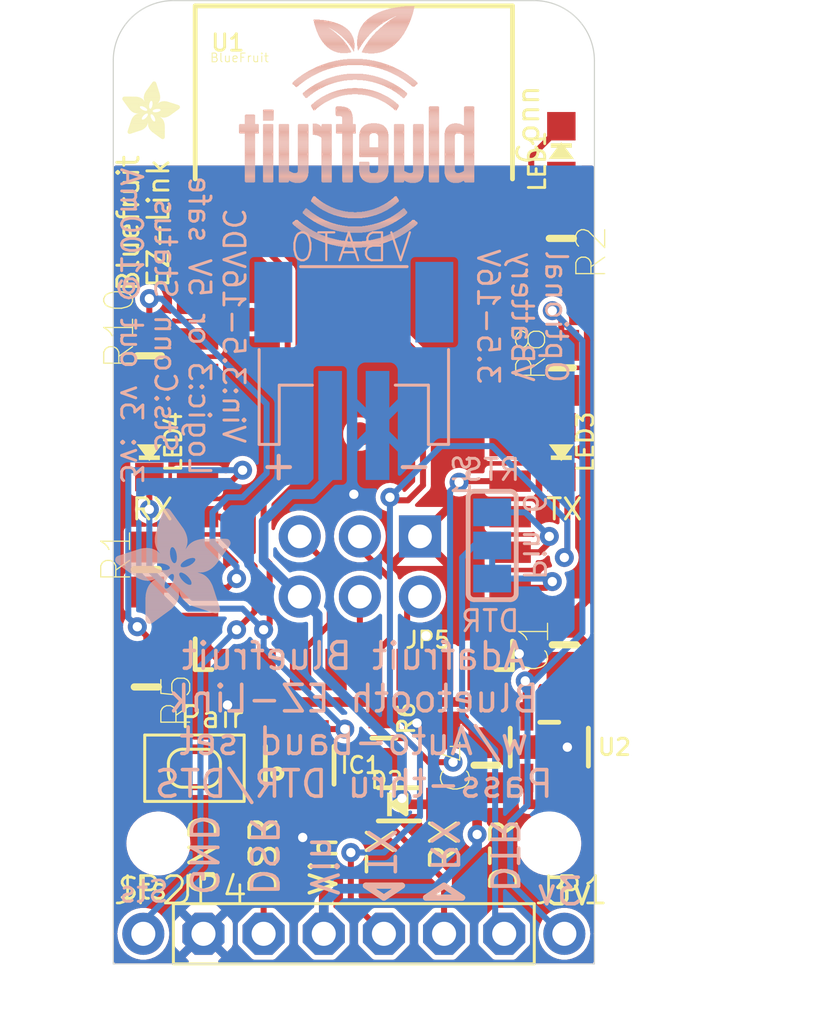
<source format=kicad_pcb>
(kicad_pcb (version 20221018) (generator pcbnew)
  (layers (0 "F.Cu" signal) (31 "B.Cu" signal) (34 "B.Paste" user) (35 "F.Paste" user) (36 "B.SilkS" user "B.Silkscreen") (37 "F.SilkS" user "F.Silkscreen") (38 "B.Mask" user) (39 "F.Mask" user) (44 "Edge.Cuts" user))
  (net 0 "")
  (net 1 "TXD")
  (net 2 "RXD")
  (net 3 "PAIR_LED")
  (net 4 "RESET")
  (net 5 "DSR")
  (net 6 "GND")
  (net 7 "SPI_CS")
  (net 8 "SPI_MOSI")
  (net 9 "SPI_MISO")
  (net 10 "SPI_CLK")
  (net 11 "+5V")
  (net 12 "+3V3")
  (net 13 "PAIR_BTN")
  (net 14 "N$2")
  (net 15 "RXD_5V")
  (net 16 "PAIR_2")
  (net 17 "DTR")
  (net 18 "DSR_5V")
  (net 19 "N$6")
  (net 20 "N$10")
  (net 21 "RTS")
  (net 22 "RTS/DTR")
  (net 23 "STATE")
  (net 24 "VBAT")
  (footprint "" (layer "F.Cu") (at 140.2461 86.5886)
    (fp_text reference "@HOLE2" hide)
    (fp_text value "" (at 0 0) (layer "F.SilkS") (effects (font (size 1.27 1.27))))
    (pad "" np_thru_hole circle (at 0 0) (size 2.2 2.2) (drill 2.2) (layers "*.Cu" "*.Mask"))
  )
  (footprint "working:FIDUCIAL_1MM" (layer "F.Cu") (at 148.7551 102.9716)
    (fp_text reference "FID1" hide)
    (fp_text value "FIDUCIAL\"\"" hide)
    (pad "1" smd roundrect (at 0 0) (size 1 1) (layers "F.Cu" "F.Mask") (roundrect_rratio 0.5))
  )
  (footprint "working:1X01-CLEANBIG" (layer "F.Cu") (at 157.3911 124.0536)
    (fp_text reference "JP1" (at -1.3462 -1.8288) (layer "F.SilkS") (effects (font (size 1.1557 1.1557) (thickness 0.1143)) (justify left)))
    (fp_text value "")
    (pad "1" thru_hole circle (at 0 0) (size 1.778 1.778) (drill 1.016) (layers "*.Cu" "*.Mask") (net 12 "+3V3"))
  )
  (footprint "working:CHIPLED_0805_NOOUTLINE" (layer "F.Cu") (at 157.2641 91.0336)
    (fp_text reference "LED1" (at -1.016 1.778 90) (layer "F.SilkS") (effects (font (size 0.692831 0.692831) (thickness 0.119969)) (justify left)))
    (fp_text value "RED")
    (pad "A" smd rect (at 0 1.05) (size 1.2 1.2) (layers "F.Cu" "F.Paste" "F.Mask") (net 14 "N$2"))
    (pad "C" smd rect (at 0 -1.05) (size 1.2 1.2) (layers "F.Cu" "F.Paste" "F.Mask") (net 6 "GND"))
  )
  (footprint "working:1X06-BIG" (layer "F.Cu") (at 148.5011 124.0536)
    (fp_text reference "JP4" (at -7.6962 -1.8288) (layer "F.SilkS") (effects (font (size 1.1557 1.1557) (thickness 0.1143)) (justify left)))
    (fp_text value "")
    (pad "1" thru_hole roundrect (at -6.35 0 90) (size 1.778 1.778) (drill 1.016) (layers "*.Cu" "*.Mask") (chamfer_ratio 0.2928932188) (chamfer top_left top_right bottom_left bottom_right) (net 6 "GND"))
    (pad "2" thru_hole roundrect (at -3.81 0 90) (size 1.778 1.778) (drill 1.016) (layers "*.Cu" "*.Mask") (chamfer_ratio 0.2928932188) (chamfer top_left top_right bottom_left bottom_right) (net 18 "DSR_5V"))
    (pad "3" thru_hole roundrect (at -1.27 0 90) (size 1.778 1.778) (drill 1.016) (layers "*.Cu" "*.Mask") (chamfer_ratio 0.2928932188) (chamfer top_left top_right bottom_left bottom_right) (net 11 "+5V"))
    (pad "4" thru_hole roundrect (at 1.27 0 90) (size 1.778 1.778) (drill 1.016) (layers "*.Cu" "*.Mask") (chamfer_ratio 0.2928932188) (chamfer top_left top_right bottom_left bottom_right) (net 1 "TXD"))
    (pad "5" thru_hole roundrect (at 3.81 0 90) (size 1.778 1.778) (drill 1.016) (layers "*.Cu" "*.Mask") (chamfer_ratio 0.2928932188) (chamfer top_left top_right bottom_left bottom_right) (net 15 "RXD_5V"))
    (pad "6" thru_hole roundrect (at 6.35 0 90) (size 1.778 1.778) (drill 1.016) (layers "*.Cu" "*.Mask") (chamfer_ratio 0.2928932188) (chamfer top_left top_right bottom_left bottom_right) (net 22 "RTS/DTR"))
  )
  (footprint "working:CHIPLED_0805_NOOUTLINE" (layer "F.Cu") (at 157.2641 103.7336 180)
    (fp_text reference "LED3" (at -1.016 1.778 90) (layer "F.SilkS") (effects (font (size 0.692831 0.692831) (thickness 0.119969)) (justify right)))
    (fp_text value "Blue")
    (pad "A" smd rect (at 0 1.05 180) (size 1.2 1.2) (layers "F.Cu" "F.Paste" "F.Mask") (net 19 "N$6"))
    (pad "C" smd rect (at 0 -1.05 180) (size 1.2 1.2) (layers "F.Cu" "F.Paste" "F.Mask") (net 1 "TXD"))
  )
  (footprint "working:FIDUCIAL_1MM" (layer "F.Cu") (at 151.5491 94.0816)
    (fp_text reference "FID3" hide)
    (fp_text value "FIDUCIAL\"\"" hide)
    (pad "1" smd roundrect (at 0 0) (size 1 1) (layers "F.Cu" "F.Mask") (roundrect_rratio 0.5))
  )
  (footprint "working:0805-NO" (layer "F.Cu") (at 157.2641 94.7166 -90)
    (fp_text reference "R2" (at -0.635 -1.27 90) (layer "F.SilkS") (effects (font (size 1.21668 1.21668) (thickness 0.05332)) (justify right)))
    (fp_text value "470")
    (pad "1" smd rect (at -0.95 0 270) (size 1.3 1.5) (layers "F.Cu" "F.Paste" "F.Mask") (net 14 "N$2"))
    (pad "2" smd rect (at 0.95 0 270) (size 1.3 1.5) (layers "F.Cu" "F.Paste" "F.Mask") (net 3 "PAIR_LED"))
  )
  (footprint "working:BLUETOOTH_MODULE" (layer "F.Cu") (at 148.5011 98.9076)
    (fp_text reference "U1" (at -6.096 -12.446) (layer "F.SilkS") (effects (font (size 0.692831 0.692831) (thickness 0.119969)) (justify left)))
    (fp_text value "BlueFruit" (at -6.096 -11.811) (layer "F.SilkS") (effects (font (size 0.369824 0.369824) (thickness 0.036576)) (justify left)))
    (pad "1" smd rect (at -6.6 -5.95) (size 1.75 0.9) (layers "F.Cu" "F.Mask") (net 1 "TXD"))
    (pad "2" smd rect (at -6.6 -4.45) (size 1.75 0.9) (layers "F.Cu" "F.Mask") (net 2 "RXD"))
    (pad "3" smd rect (at -6.6 -2.95) (size 1.75 0.9) (layers "F.Cu" "F.Mask"))
    (pad "4" smd rect (at -6.6 -1.45) (size 1.75 0.9) (layers "F.Cu" "F.Mask"))
    (pad "5" smd rect (at -6.6 0.05) (size 1.75 0.9) (layers "F.Cu" "F.Mask"))
    (pad "6" smd rect (at -6.6 1.55) (size 1.75 0.9) (layers "F.Cu" "F.Mask"))
    (pad "7" smd rect (at -6.6 3.05) (size 1.75 0.9) (layers "F.Cu" "F.Mask"))
    (pad "8" smd rect (at -6.6 4.55) (size 1.75 0.9) (layers "F.Cu" "F.Mask"))
    (pad "9" smd rect (at -6.6 6.05) (size 1.75 0.9) (layers "F.Cu" "F.Mask") (net 13 "PAIR_BTN"))
    (pad "10" smd rect (at -6.6 7.55) (size 1.75 0.9) (layers "F.Cu" "F.Mask") (net 23 "STATE"))
    (pad "11" smd rect (at -6.6 9.05) (size 1.75 0.9) (layers "F.Cu" "F.Mask") (net 4 "RESET"))
    (pad "12" smd rect (at -6.6 10.55) (size 1.75 0.9) (layers "F.Cu" "F.Mask") (net 12 "+3V3"))
    (pad "13" smd rect (at -6.6 12.05) (size 1.75 0.9) (layers "F.Cu" "F.Mask") (net 6 "GND"))
    (pad "14" smd rect (at -5.25 14 90) (size 1.75 0.9) (layers "F.Cu" "F.Mask") (net 6 "GND"))
    (pad "15" smd rect (at -3.75 14 90) (size 1.75 0.9) (layers "F.Cu" "F.Mask"))
    (pad "16" smd rect (at -2.25 14 90) (size 1.75 0.9) (layers "F.Cu" "F.Mask") (net 7 "SPI_CS"))
    (pad "17" smd rect (at -0.75 14 90) (size 1.75 0.9) (layers "F.Cu" "F.Mask") (net 8 "SPI_MOSI"))
    (pad "18" smd rect (at 0.75 14 90) (size 1.75 0.9) (layers "F.Cu" "F.Mask") (net 9 "SPI_MISO"))
    (pad "19" smd rect (at 2.25 14 90) (size 1.75 0.9) (layers "F.Cu" "F.Mask") (net 10 "SPI_CLK"))
    (pad "20" smd rect (at 3.75 14 90) (size 1.75 0.9) (layers "F.Cu" "F.Mask"))
    (pad "21" smd rect (at 5.25 14 90) (size 1.75 0.9) (layers "F.Cu" "F.Mask") (net 6 "GND"))
    (pad "22" smd rect (at 6.6 12.05 180) (size 1.75 0.9) (layers "F.Cu" "F.Mask") (net 6 "GND"))
    (pad "23" smd rect (at 6.6 10.55 180) (size 1.75 0.9) (layers "F.Cu" "F.Mask") (net 17 "DTR"))
    (pad "24" smd rect (at 6.6 9.05 180) (size 1.75 0.9) (layers "F.Cu" "F.Mask") (net 21 "RTS"))
    (pad "25" smd rect (at 6.6 7.55 180) (size 1.75 0.9) (layers "F.Cu" "F.Mask"))
    (pad "26" smd rect (at 6.6 6.05 180) (size 1.75 0.9) (layers "F.Cu" "F.Mask") (net 5 "DSR"))
    (pad "27" smd rect (at 6.6 4.55 180) (size 1.75 0.9) (layers "F.Cu" "F.Mask"))
    (pad "28" smd rect (at 6.6 3.05 180) (size 1.75 0.9) (layers "F.Cu" "F.Mask"))
    (pad "29" smd rect (at 6.6 1.55 180) (size 1.75 0.9) (layers "F.Cu" "F.Mask"))
    (pad "30" smd rect (at 6.6 0.05 180) (size 1.75 0.9) (layers "F.Cu" "F.Mask"))
    (pad "31" smd rect (at 6.6 -1.45 180) (size 1.75 0.9) (layers "F.Cu" "F.Mask"))
    (pad "32" smd rect (at 6.6 -2.95 180) (size 1.75 0.9) (layers "F.Cu" "F.Mask") (net 3 "PAIR_LED"))
    (pad "33" smd rect (at 6.6 -4.45 180) (size 1.75 0.9) (layers "F.Cu" "F.Mask"))
    (pad "34" smd rect (at 6.6 -5.95 180) (size 1.75 0.9) (layers "F.Cu" "F.Mask"))
  )
  (footprint "working:0805-NO" (layer "F.Cu") (at 139.7381 108.6866 90)
    (fp_text reference "R1" (at -0.635 -1.27 90) (layer "F.SilkS") (effects (font (size 1.21668 1.21668) (thickness 0.05332)) (justify left)))
    (fp_text value "10K")
    (pad "1" smd rect (at -0.95 0 90) (size 1.3 1.5) (layers "F.Cu" "F.Paste" "F.Mask") (net 12 "+3V3"))
    (pad "2" smd rect (at 0.95 0 90) (size 1.3 1.5) (layers "F.Cu" "F.Paste" "F.Mask") (net 4 "RESET"))
  )
  (footprint "working:1X01-CLEANBIG" (layer "F.Cu") (at 139.6111 124.0536)
    (fp_text reference "JP2" (at -1.3462 -1.8288) (layer "F.SilkS") (effects (font (size 1.1557 1.1557) (thickness 0.1143)) (justify left)))
    (fp_text value "")
    (pad "1" thru_hole circle (at 0 0) (size 1.778 1.778) (drill 1.016) (layers "*.Cu" "*.Mask") (net 23 "STATE"))
  )
  (footprint "working:0805-NO" (layer "F.Cu") (at 139.7381 113.6396 -90)
    (fp_text reference "R5" (at -0.635 -1.27 90) (layer "F.SilkS") (effects (font (size 1.21668 1.21668) (thickness 0.05332)) (justify right)))
    (fp_text value "2.2K")
    (pad "1" smd rect (at -0.95 0 270) (size 1.3 1.5) (layers "F.Cu" "F.Paste" "F.Mask") (net 13 "PAIR_BTN"))
    (pad "2" smd rect (at 0.95 0 270) (size 1.3 1.5) (layers "F.Cu" "F.Paste" "F.Mask") (net 16 "PAIR_2"))
  )
  (footprint "" (layer "F.Cu") (at 140.2461 120.2436)
    (fp_text reference "@HOLE1" hide)
    (fp_text value "" (at 0 0) (layer "F.SilkS") (effects (font (size 1.27 1.27))))
    (pad "" np_thru_hole circle (at 0 0) (size 2.2 2.2) (drill 2.2) (layers "*.Cu" "*.Mask"))
  )
  (footprint "working:SOD-123" (layer "F.Cu") (at 150.4061 118.5926)
    (fp_text reference "D2" (at -1.27 -1.016) (layer "F.SilkS") (effects (font (size 0.692831 0.692831) (thickness 0.119969)) (justify left)))
    (fp_text value "MBR120")
    (pad "A" smd rect (at 1.85 0 90) (size 1.4 1.4) (layers "F.Cu" "F.Paste" "F.Mask") (net 24 "VBAT"))
    (pad "C" smd rect (at -1.85 0 90) (size 1.4 1.4) (layers "F.Cu" "F.Paste" "F.Mask") (net 11 "+5V"))
  )
  (footprint "working:SOT23-5" (layer "F.Cu") (at 156.7561 116.1796)
    (fp_text reference "U2" (at 1.978 0) (layer "F.SilkS") (effects (font (size 0.692831 0.692831) (thickness 0.119969)) (justify left)))
    (fp_text value "MIC5225-3.3")
    (pad "1" smd rect (at -0.95 1.3001) (size 0.55 1.2) (layers "F.Cu" "F.Paste" "F.Mask") (net 11 "+5V"))
    (pad "2" smd rect (at 0 1.3001) (size 0.55 1.2) (layers "F.Cu" "F.Paste" "F.Mask") (net 6 "GND"))
    (pad "3" smd rect (at 0.95 1.3001) (size 0.55 1.2) (layers "F.Cu" "F.Paste" "F.Mask") (net 11 "+5V"))
    (pad "4" smd rect (at 0.95 -1.3001) (size 0.55 1.2) (layers "F.Cu" "F.Paste" "F.Mask"))
    (pad "5" smd rect (at -0.95 -1.3001) (size 0.55 1.2) (layers "F.Cu" "F.Paste" "F.Mask") (net 12 "+3V3"))
  )
  (footprint "working:0805-NO" (layer "F.Cu") (at 157.3911 111.8616 90)
    (fp_text reference "C1" (at -1.27 -1.27 90) (layer "F.SilkS") (effects (font (size 1.21668 1.21668) (thickness 0.05332)) (justify left)))
    (fp_text value "10uF")
    (pad "1" smd rect (at -0.95 0 90) (size 1.3 1.5) (layers "F.Cu" "F.Paste" "F.Mask") (net 12 "+3V3"))
    (pad "2" smd rect (at 0.95 0 90) (size 1.3 1.5) (layers "F.Cu" "F.Paste" "F.Mask") (net 6 "GND"))
  )
  (footprint "working:SOT23-6" (layer "F.Cu") (at 146.2151 116.9416)
    (fp_text reference "IC1" (at 1.651 0) (layer "F.SilkS") (effects (font (size 0.692831 0.692831) (thickness 0.119969)) (justify left)))
    (fp_text value "74LVC2G34DBVR")
    (pad "1" smd rect (at -0.95 1.3) (size 0.55 1.2) (layers "F.Cu" "F.Paste" "F.Mask") (net 18 "DSR_5V"))
    (pad "2" smd rect (at 0 1.3) (size 0.55 1.2) (layers "F.Cu" "F.Paste" "F.Mask") (net 6 "GND"))
    (pad "3" smd rect (at 0.95 1.3) (size 0.55 1.2) (layers "F.Cu" "F.Paste" "F.Mask") (net 15 "RXD_5V"))
    (pad "4" smd rect (at 0.95 -1.3) (size 0.55 1.2) (layers "F.Cu" "F.Paste" "F.Mask") (net 2 "RXD"))
    (pad "5" smd rect (at 0 -1.3) (size 0.55 1.2) (layers "F.Cu" "F.Paste" "F.Mask") (net 12 "+3V3"))
    (pad "6" smd rect (at -0.95 -1.3) (size 0.55 1.2) (layers "F.Cu" "F.Paste" "F.Mask") (net 5 "DSR"))
  )
  (footprint "" (layer "F.Cu") (at 156.7561 86.5886)
    (fp_text reference "@HOLE3" hide)
    (fp_text value "" (at 0 0) (layer "F.SilkS") (effects (font (size 1.27 1.27))))
    (pad "" np_thru_hole circle (at 0 0) (size 2.2 2.2) (drill 2.2) (layers "*.Cu" "*.Mask"))
  )
  (footprint "working:0805-NO" (layer "F.Cu") (at 139.8651 99.6696 90)
    (fp_text reference "R10" (at -0.635 -1.27 90) (layer "F.SilkS") (effects (font (size 1.21668 1.21668) (thickness 0.05332)) (justify left)))
    (fp_text value "220")
    (pad "1" smd rect (at -0.95 0 90) (size 1.3 1.5) (layers "F.Cu" "F.Paste" "F.Mask") (net 20 "N$10"))
    (pad "2" smd rect (at 0.95 0 90) (size 1.3 1.5) (layers "F.Cu" "F.Paste" "F.Mask") (net 12 "+3V3"))
  )
  (footprint "working:CHIPLED_0805_NOOUTLINE" (layer "F.Cu") (at 139.8651 103.7336 180)
    (fp_text reference "LED4" (at -1.016 1.778 90) (layer "F.SilkS") (effects (font (size 0.692831 0.692831) (thickness 0.119969)) (justify right)))
    (fp_text value "Blue")
    (pad "A" smd rect (at 0 1.05 180) (size 1.2 1.2) (layers "F.Cu" "F.Paste" "F.Mask") (net 20 "N$10"))
    (pad "C" smd rect (at 0 -1.05 180) (size 1.2 1.2) (layers "F.Cu" "F.Paste" "F.Mask") (net 2 "RXD"))
  )
  (footprint "working:0805-NO" (layer "F.Cu") (at 157.2641 100.1776 90)
    (fp_text reference "R8" (at -0.635 -1.27 90) (layer "F.SilkS") (effects (font (size 1.21668 1.21668) (thickness 0.05332)) (justify left)))
    (fp_text value "220")
    (pad "1" smd rect (at -0.95 0 90) (size 1.3 1.5) (layers "F.Cu" "F.Paste" "F.Mask") (net 19 "N$6"))
    (pad "2" smd rect (at 0.95 0 90) (size 1.3 1.5) (layers "F.Cu" "F.Paste" "F.Mask") (net 12 "+3V3"))
  )
  (footprint "working:KMR2" (layer "F.Cu") (at 141.7701 117.0686)
    (fp_text reference "SW1" hide)
    (fp_text value "SPST_TACT-KMR2" hide)
    (pad "1" smd rect (at 2 -0.8) (size 1 1) (layers "F.Cu" "F.Paste" "F.Mask") (net 12 "+3V3"))
    (pad "2" smd rect (at 2 0.8) (size 1 1) (layers "F.Cu" "F.Paste" "F.Mask") (net 16 "PAIR_2"))
    (pad "3" smd rect (at -2 -0.8) (size 1 1) (layers "F.Cu" "F.Paste" "F.Mask") (net 12 "+3V3"))
    (pad "4" smd rect (at -2 0.8) (size 1 1) (layers "F.Cu" "F.Paste" "F.Mask") (net 16 "PAIR_2"))
  )
  (footprint "working:FIDUCIAL_1MM" (layer "F.Cu") (at 144.1831 98.1456)
    (fp_text reference "FID2" hide)
    (fp_text value "FIDUCIAL\"\"" hide)
    (pad "1" smd roundrect (at 0 0) (size 1 1) (layers "F.Cu" "F.Mask") (roundrect_rratio 0.5))
  )
  (footprint "" (layer "F.Cu") (at 156.7561 120.2436)
    (fp_text reference "@HOLE0" hide)
    (fp_text value "" (at 0 0) (layer "F.SilkS") (effects (font (size 1.27 1.27))))
    (pad "" np_thru_hole circle (at 0 0) (size 2.2 2.2) (drill 2.2) (layers "*.Cu" "*.Mask"))
  )
  (footprint "working:2X03_ROUND_70MIL" (layer "F.Cu") (at 148.7551 108.5596 180)
    (fp_text reference "JP5" (at -3.8862 -3.0988) (layer "F.SilkS") (effects (font (size 0.692831 0.692831) (thickness 0.119969)) (justify right)))
    (fp_text value "")
    (pad "1" thru_hole rect (at -2.54 1.27 270) (size 1.778 1.778) (drill 1) (layers "*.Cu" "*.Mask") (net 6 "GND"))
    (pad "2" thru_hole circle (at -2.54 -1.27 270) (size 1.778 1.778) (drill 1) (layers "*.Cu" "*.Mask") (net 10 "SPI_CLK"))
    (pad "3" thru_hole circle (at 0 1.27 270) (size 1.778 1.778) (drill 1) (layers "*.Cu" "*.Mask") (net 9 "SPI_MISO"))
    (pad "4" thru_hole circle (at 0 -1.27 270) (size 1.778 1.778) (drill 1) (layers "*.Cu" "*.Mask") (net 8 "SPI_MOSI"))
    (pad "5" thru_hole circle (at 2.54 1.27 270) (size 1.778 1.778) (drill 1) (layers "*.Cu" "*.Mask") (net 7 "SPI_CS"))
    (pad "6" thru_hole circle (at 2.54 -1.27 270) (size 1.778 1.778) (drill 1) (layers "*.Cu" "*.Mask") (net 24 "VBAT"))
  )
  (footprint "working:_0805MP" (layer "F.Cu") (at 149.7711 115.7986 -90)
    (fp_text reference "R6" (at -1.5875 -0.9525 90) (layer "F.SilkS") (effects (font (size 0.692831 0.692831) (thickness 0.119969)) (justify right)))
    (fp_text value "10K")
    (pad "1" smd rect (at -1.016 0 270) (size 1.2 1.3) (layers "F.Cu" "F.Paste" "F.Mask") (net 12 "+3V3"))
    (pad "2" smd rect (at 1.016 0 270) (size 1.2 1.3) (layers "F.Cu" "F.Paste" "F.Mask") (net 15 "RXD_5V"))
  )
  (footprint "working:ADAFRUIT_2.5MM" (layer "F.Cu") (at 138.7221 90.5256)
    (fp_text reference "U$3" hide)
    (fp_text value "" hide)
  )
  (footprint "working:0805-NO" (layer "F.Cu") (at 154.0891 116.9416 90)
    (fp_text reference "C4" (at -1.27 -1.27 90) (layer "F.SilkS") (effects (font (size 1.21668 1.21668) (thickness 0.05332)) (justify left)))
    (fp_text value "10uF")
    (pad "1" smd rect (at -0.95 0 90) (size 1.3 1.5) (layers "F.Cu" "F.Paste" "F.Mask") (net 11 "+5V"))
    (pad "2" smd rect (at 0.95 0 90) (size 1.3 1.5) (layers "F.Cu" "F.Paste" "F.Mask") (net 6 "GND"))
  )
  (footprint "working:BLUEFRUITLOGO_100MM" (layer "B.Cu") (at 153.5811 95.0976 180)
    (fp_text reference "U$4" hide)
    (fp_text value "" hide)
  )
  (footprint "working:ADAFRUIT_5MM" (layer "B.Cu") (at 143.2941 110.9726 180)
    (fp_text reference "U$2" hide)
    (fp_text value "" hide)
  )
  (footprint "working:JST-PH-2-SMT-RA" (layer "B.Cu") (at 148.5011 98.9076 180)
    (fp_text reference "VBAT0" (at -2.54 3.81) (layer "B.SilkS") (effects (font (size 1.176528 1.176528) (thickness 0.093472)) (justify left mirror)))
    (fp_text value "JST-2PH")
    (fp_text user "-" (at -3.429 -6.096) (layer "B.SilkS") (effects (font (size 1.251712 1.251712) (thickness 0.170688)) (justify left bottom mirror)))
    (fp_text user "+" (at 2.286 -6.096) (layer "B.SilkS") (effects (font (size 1.251712 1.251712) (thickness 0.170688)) (justify left bottom mirror)))
    (pad "1" smd rect (at 1 -3.7 180) (size 1 4.6) (layers "B.Cu" "B.Paste" "B.Mask") (net 24 "VBAT"))
    (pad "2" smd rect (at -1 -3.7 180) (size 1 4.6) (layers "B.Cu" "B.Paste" "B.Mask") (net 6 "GND"))
    (pad "NC1" smd rect (at -3.4 1.5 90) (size 3.4 1.6) (layers "B.Cu" "B.Paste" "B.Mask"))
    (pad "NC2" smd rect (at 3.4 1.5 90) (size 3.4 1.6) (layers "B.Cu" "B.Paste" "B.Mask"))
  )
  (footprint "working:SOLDERJUMPER_2WAY_OPEN_NOPASTE" (layer "B.Cu") (at 154.3431 107.6706 -90)
    (fp_text reference "SJ1" (at -1.905 1.27 -270) (layer "B.SilkS") (effects (font (size 0.692831 0.692831) (thickness 0.119969)) (justify right mirror)))
    (fp_text value "")
    (pad "1" smd rect (at -1.397 0 270) (size 1.1684 1.6002) (layers "B.Cu") (net 21 "RTS"))
    (pad "2" smd rect (at 0 0 270) (size 1.1684 1.6002) (layers "B.Cu") (net 22 "RTS/DTR"))
    (pad "3" smd rect (at 1.397 0 270) (size 1.1684 1.6002) (layers "B.Cu") (net 17 "DTR"))
  )
  (gr_line (start 149.7711 122.5296) (end 150.5331 122.0216) (stroke (width 0.254)) (layer "B.SilkS"))
  (gr_line (start 150.5331 122.0216) (end 149.0091 122.0216) (stroke (width 0.254)) (layer "B.SilkS"))
  (gr_line (start 149.0091 122.0216) (end 149.7711 122.5296) (stroke (width 0.254)) (layer "B.SilkS"))
  (gr_line (start 153.0731 122.5296) (end 152.3111 122.0216) (stroke (width 0.254)) (layer "B.SilkS"))
  (gr_line (start 152.3111 122.0216) (end 151.5491 122.5296) (stroke (width 0.254)) (layer "B.SilkS"))
  (gr_line (start 151.5491 122.5296) (end 153.0731 122.5296) (stroke (width 0.254)) (layer "B.SilkS"))
  (gr_line (start 152.3111 122.0216) (end 151.5491 122.5296) (stroke (width 0.254)) (layer "F.SilkS"))
  (gr_line (start 150.5331 122.0216) (end 149.0091 122.0216) (stroke (width 0.254)) (layer "F.SilkS"))
  (gr_line (start 151.5491 122.5296) (end 153.0731 122.5296) (stroke (width 0.254)) (layer "F.SilkS"))
  (gr_line (start 149.7711 122.5296) (end 150.5331 122.0216) (stroke (width 0.254)) (layer "F.SilkS"))
  (gr_line (start 153.0731 122.5296) (end 152.3111 122.0216) (stroke (width 0.254)) (layer "F.SilkS"))
  (gr_line (start 149.0091 122.0216) (end 149.7711 122.5296) (stroke (width 0.254)) (layer "F.SilkS"))
  (gr_line (start 158.6611 125.3236) (end 158.6611 87.2236) (stroke (width 0.05)) (layer "Edge.Cuts"))
  (gr_arc (start 138.3411 87.2236) (mid 139.085049 85.427549) (end 140.8811 84.6836) (stroke (width 0.05)) (layer "Edge.Cuts"))
  (gr_line (start 156.1211 84.6836) (end 140.8811 84.6836) (stroke (width 0.05)) (layer "Edge.Cuts"))
  (gr_arc (start 156.1211 84.6836) (mid 157.917151 85.427549) (end 158.6611 87.2236) (stroke (width 0.05)) (layer "Edge.Cuts"))
  (gr_line (start 138.3411 125.3236) (end 158.6611 125.3236) (stroke (width 0.05)) (layer "Edge.Cuts"))
  (gr_line (start 138.3411 87.2236) (end 138.3411 125.3236) (stroke (width 0.05)) (layer "Edge.Cuts"))
  (gr_text "DSR" (at 144.6911 122.5296 -90) (layer "B.SilkS") (effects (font (size 1.1176 1.1176) (thickness 0.1524)) (justify left mirror)))
  (gr_text "DTR" (at 152.9461 110.3376) (layer "B.SilkS") (effects (font (size 0.89408 0.89408) (thickness 0.12192)) (justify right top mirror)))
  (gr_text "3v" (at 156.1211 122.2756) (layer "B.SilkS") (effects (font (size 1.1176 1.1176) (thickness 0.1524)) (justify right mirror)))
  (gr_text "RX" (at 152.3111 121.5136 -90) (layer "B.SilkS") (effects (font (size 1.1176 1.1176) (thickness 0.1524)) (justify left mirror)))
  (gr_text "TX" (at 149.6441 121.6406 -90) (layer "B.SilkS") (effects (font (size 1.1176 1.1176) (thickness 0.1524)) (justify left mirror)))
  (gr_text "Sts" (at 140.7541 122.2756) (layer "B.SilkS") (effects (font (size 0.89408 0.89408) (thickness 0.12192)) (justify left mirror)))
  (gr_text "Pin 6" (at 156.6291 105.3846 -90) (layer "B.SilkS") (effects (font (size 0.89408 0.89408) (thickness 0.12192)) (justify right top mirror)))
  (gr_text "Adafruit Bluefruit\nBluetooth EZ-Link\nw/Auto-baud set\nPass-thru DTR/DTS" (at 148.5011 115.0366) (layer "B.SilkS") (effects (font (size 1.1176 1.1176) (thickness 0.1524)) (justify mirror)))
  (gr_text "Vin:3.5-16VDC\nLogic:3 or 5V safe\nSts:Conn Status\n3v: 3v out @100mA" (at 141.2621 98.3996 -90) (layer "B.SilkS") (effects (font (size 0.89408 0.89408) (thickness 0.12192)) (justify mirror)))
  (gr_text "Vin" (at 147.2311 122.5296 -90) (layer "B.SilkS") (effects (font (size 1.1176 1.1176) (thickness 0.1524)) (justify left mirror)))
  (gr_text "GND" (at 142.1511 122.5296 -90) (layer "B.SilkS") (effects (font (size 1.1176 1.1176) (thickness 0.1524)) (justify left mirror)))
  (gr_text "RTS" (at 155.6131 105.0036) (layer "B.SilkS") (effects (font (size 0.89408 0.89408) (thickness 0.12192)) (justify left bottom mirror)))
  (gr_text "DTR" (at 154.8511 122.4026 -90) (layer "B.SilkS") (effects (font (size 1.1176 1.1176) (thickness 0.1524)) (justify left mirror)))
  (gr_text "Optional\nVBattery\n3.5-16V" (at 155.6131 98.0186 -90) (layer "B.SilkS") (effects (font (size 0.89408 0.89408) (thickness 0.12192)) (justify mirror)))
  (gr_text "Sts" (at 138.4681 122.1486) (layer "F.SilkS") (effects (font (size 0.89408 0.89408) (thickness 0.12192)) (justify left)))
  (gr_text "Vin" (at 147.2311 122.5296 90) (layer "F.SilkS") (effects (font (size 1.1176 1.1176) (thickness 0.1524)) (justify left)))
  (gr_text "Conn" (at 155.8671 91.6686 90) (layer "F.SilkS") (effects (font (size 0.89408 0.89408) (thickness 0.12192)) (justify left)))
  (gr_text "3v" (at 158.6611 122.2756) (layer "F.SilkS") (effects (font (size 1.1176 1.1176) (thickness 0.1524)) (justify right)))
  (gr_text "DTR" (at 154.8511 122.4026 90) (layer "F.SilkS") (effects (font (size 1.1176 1.1176) (thickness 0.1524)) (justify left)))
  (gr_text "TX" (at 157.3911 106.1466) (layer "F.SilkS") (effects (font (size 0.89408 0.89408) (thickness 0.12192))))
  (gr_text "Bluefruit" (at 138.9761 94.0816 90) (layer "F.SilkS") (effects (font (size 0.89408 0.89408) (thickness 0.12192))))
  (gr_text "TX" (at 149.6441 121.6406 90) (layer "F.SilkS") (effects (font (size 1.1176 1.1176) (thickness 0.1524)) (justify left)))
  (gr_text "GND" (at 142.1511 122.5296 90) (layer "F.SilkS") (effects (font (size 1.1176 1.1176) (thickness 0.1524)) (justify left)))
  (gr_text "Pair" (at 143.9291 114.9096) (layer "F.SilkS") (effects (font (size 0.89408 0.89408) (thickness 0.12192)) (justify right)))
  (gr_text "RX" (at 152.3111 121.5136 90) (layer "F.SilkS") (effects (font (size 1.1176 1.1176) (thickness 0.1524)) (justify left)))
  (gr_text "DSR" (at 144.6911 122.5296 90) (layer "F.SilkS") (effects (font (size 1.1176 1.1176) (thickness 0.1524)) (justify left)))
  (gr_text "RX" (at 139.9921 106.1466) (layer "F.SilkS") (effects (font (size 0.89408 0.89408) (thickness 0.12192))))
  (gr_text "EZ-Link" (at 140.2461 94.0816 90) (layer "F.SilkS") (effects (font (size 0.89408 0.89408) (thickness 0.12192))))
  (segment (start 157.5181 104.7836) (end 157.5181 108.0516) (width 0.254) (layer "F.Cu") (net 1))
  (segment (start 148.3741 120.6246) (end 148.3741 122.6566) (width 0.254) (layer "F.Cu") (net 1))
  (segment (start 150.0251 105.7656) (end 150.0251 105.6386) (width 0.254) (layer "F.Cu") (net 1))
  (segment (start 151.4221 105.1306) (end 150.7871 105.7656) (width 0.254) (layer "F.Cu") (net 1))
  (segment (start 144.5831 92.9576) (end 151.4221 99.7966) (width 0.254) (layer "F.Cu") (net 1))
  (segment (start 150.7871 105.7656) (end 150.0251 105.7656) (width 0.254) (layer "F.Cu") (net 1))
  (segment (start 141.9011 92.9576) (end 144.5831 92.9576) (width 0.254) (layer "F.Cu") (net 1))
  (segment (start 157.5181 108.0516) (end 157.3911 108.1786) (width 0.254) (layer "F.Cu") (net 1))
  (segment (start 151.4221 99.7966) (end 151.4221 105.1306) (width 0.254) (layer "F.Cu") (net 1))
  (segment (start 148.3741 122.6566) (end 149.7711 124.0536) (width 0.254) (layer "F.Cu") (net 1))
  (segment (start 157.2641 104.7836) (end 157.5181 104.7836) (width 0.254) (layer "F.Cu") (net 1))
  (via (at 150.0251 105.6386) (size 0.8001) (drill 0.3937) (layers "F.Cu" "B.Cu") (net 1))
  (via (at 148.3741 120.6246) (size 0.8001) (drill 0.3937) (layers "F.Cu" "B.Cu") (net 1))
  (via (at 157.3911 108.1786) (size 0.8001) (drill 0.3937) (layers "F.Cu" "B.Cu") (net 1))
  (segment (start 157.5181 106.6546) (end 157.5181 108.0516) (width 0.254) (layer "B.Cu") (net 1))
  (segment (start 150.0251 105.6386) (end 152.1841 103.4796) (width 0.254) (layer "B.Cu") (net 1))
  (segment (start 150.0251 115.1636) (end 151.2951 116.4336) (width 0.254) (layer "B.Cu") (net 1))
  (segment (start 149.7711 120.6246) (end 148.3741 120.6246) (width 0.254) (layer "B.Cu") (net 1))
  (segment (start 150.0251 105.6386) (end 150.0251 115.1636) (width 0.254) (layer "B.Cu") (net 1))
  (segment (start 157.5181 108.0516) (end 157.3911 108.1786) (width 0.254) (layer "B.Cu") (net 1))
  (segment (start 152.1841 103.4796) (end 154.3431 103.4796) (width 0.254) (layer "B.Cu") (net 1))
  (segment (start 151.2951 116.4336) (end 151.2951 119.1006) (width 0.254) (layer "B.Cu") (net 1))
  (segment (start 154.3431 103.4796) (end 157.5181 106.6546) (width 0.254) (layer "B.Cu") (net 1))
  (segment (start 151.2951 119.1006) (end 149.7711 120.6246) (width 0.254) (layer "B.Cu") (net 1))
  (segment (start 144.9451 108.4326) (end 144.9451 110.9726) (width 0.254) (layer "F.Cu") (net 2))
  (segment (start 139.8651 104.7836) (end 139.8651 106.1466) (width 0.254) (layer "F.Cu") (net 2))
  (segment (start 144.6911 108.1786) (end 144.9451 108.4326) (width 0.254) (layer "F.Cu") (net 2))
  (segment (start 144.6911 105.7656) (end 144.6911 108.1786) (width 0.254) (layer "F.Cu") (net 2))
  (segment (start 141.9011 94.4576) (end 144.0511 94.4576) (width 0.254) (layer "F.Cu") (net 2))
  (segment (start 144.0511 94.4576) (end 145.7071 96.1136) (width 0.254) (layer "F.Cu") (net 2))
  (segment (start 147.3891 115.4176) (end 147.1651 115.6416) (width 0.254) (layer "F.Cu") (net 2))
  (segment (start 148.1201 115.4176) (end 147.3891 115.4176) (width 0.254) (layer "F.Cu") (net 2))
  (segment (start 145.7071 96.1136) (end 145.7071 104.7496) (width 0.254) (layer "F.Cu") (net 2))
  (segment (start 144.9451 110.9726) (end 144.6911 111.2266) (width 0.254) (layer "F.Cu") (net 2))
  (segment (start 145.7071 104.7496) (end 144.6911 105.7656) (width 0.254) (layer "F.Cu") (net 2))
  (via (at 144.6911 111.2266) (size 0.8001) (drill 0.3937) (layers "F.Cu" "B.Cu") (net 2))
  (via (at 139.8651 106.1466) (size 0.8001) (drill 0.3937) (layers "F.Cu" "B.Cu") (net 2))
  (via (at 148.1201 115.4176) (size 0.8001) (drill 0.3937) (layers "F.Cu" "B.Cu") (net 2))
  (segment (start 141.5161 110.3376) (end 139.8651 108.6866) (width 0.254) (layer "B.Cu") (net 2))
  (segment (start 143.8021 110.3376) (end 141.5161 110.3376) (width 0.254) (layer "B.Cu") (net 2))
  (segment (start 143.8021 110.3376) (end 144.6911 111.2266) (width 0.254) (layer "B.Cu") (net 2))
  (segment (start 144.6911 111.9886) (end 148.1201 115.4176) (width 0.254) (layer "B.Cu") (net 2))
  (segment (start 144.6911 111.2266) (end 144.6911 111.9886) (width 0.254) (layer "B.Cu") (net 2))
  (segment (start 139.8651 108.6866) (end 139.8651 106.1466) (width 0.254) (layer "B.Cu") (net 2))
  (segment (start 156.9731 95.9576) (end 157.2641 95.6666) (width 0.254) (layer "F.Cu") (net 3))
  (segment (start 155.1011 95.9576) (end 156.9731 95.9576) (width 0.254) (layer "F.Cu") (net 3))
  (segment (start 139.9591 107.9576) (end 141.9011 107.9576) (width 0.254) (layer "F.Cu") (net 4))
  (segment (start 139.7381 107.7366) (end 139.9591 107.9576) (width 0.254) (layer "F.Cu") (net 4))
  (segment (start 152.9461 105.0036) (end 152.9461 104.9576) (width 0.254) (layer "F.Cu") (net 5))
  (segment (start 145.2651 116.6876) (end 147.4851 116.6876) (width 0.254) (layer "F.Cu") (net 5))
  (segment (start 148.2471 116.4336) (end 148.8821 115.7986) (width 0.254) (layer "F.Cu") (net 5))
  (segment (start 150.6601 115.7986) (end 151.6761 116.8146) (width 0.254) (layer "F.Cu") (net 5))
  (segment (start 145.2651 115.6416) (end 145.2651 116.6876) (width 0.254) (layer "F.Cu") (net 5))
  (segment (start 152.9461 104.9576) (end 155.1011 104.9576) (width 0.254) (layer "F.Cu") (net 5))
  (segment (start 147.4851 116.6876) (end 147.7391 116.4336) (width 0.254) (layer "F.Cu") (net 5))
  (segment (start 147.7391 116.4336) (end 148.2471 116.4336) (width 0.254) (layer "F.Cu") (net 5))
  (segment (start 151.6761 116.8146) (end 152.6921 116.8146) (width 0.254) (layer "F.Cu") (net 5))
  (segment (start 148.8821 115.7986) (end 150.6601 115.7986) (width 0.254) (layer "F.Cu") (net 5))
  (via (at 152.6921 116.8146) (size 0.8001) (drill 0.3937) (layers "F.Cu" "B.Cu") (net 5))
  (via (at 152.9461 105.0036) (size 0.8001) (drill 0.3937) (layers "F.Cu" "B.Cu") (net 5))
  (segment (start 152.6921 116.5606) (end 152.5651 116.4336) (width 0.254) (layer "B.Cu") (net 5))
  (segment (start 152.5651 105.3846) (end 152.9461 105.0036) (width 0.254) (layer "B.Cu") (net 5))
  (segment (start 152.6921 116.8146) (end 152.6921 116.5606) (width 0.254) (layer "B.Cu") (net 5))
  (segment (start 152.5651 116.4336) (end 152.5651 105.3846) (width 0.254) (layer "B.Cu") (net 5))
  (segment (start 153.7391 115.6416) (end 154.0891 115.9916) (width 0.254) (layer "F.Cu") (net 6))
  (segment (start 155.9941 91.2536) (end 155.9941 91.7956) (width 0.254) (layer "F.Cu") (net 6))
  (segment (start 157.2641 89.9836) (end 155.9941 91.2536) (width 0.254) (layer "F.Cu") (net 6))
  (via (at 148.5011 105.5116) (size 0.8001) (drill 0.3937) (layers "F.Cu" "B.Cu") (net 6))
  (via (at 157.5181 116.1796) (size 0.8001) (drill 0.3937) (layers "F.Cu" "B.Cu") (net 6))
  (via (at 151.1681 115.1636) (size 0.8001) (drill 0.3937) (layers "F.Cu" "B.Cu") (net 6))
  (via (at 155.4861 112.2426) (size 0.8001) (drill 0.3937) (layers "F.Cu" "B.Cu") (net 6))
  (via (at 143.1671 114.4016) (size 0.8001) (drill 0.3937) (layers "F.Cu" "B.Cu") (net 6))
  (via (at 146.3421 119.9896) (size 0.8001) (drill 0.3937) (layers "F.Cu" "B.Cu") (net 6))
  (via (at 151.5491 111.4806) (size 0.8001) (drill 0.3937) (layers "F.Cu" "B.Cu") (net 6))
  (segment (start 147.4851 108.5596) (end 146.2151 107.2896) (width 0.254) (layer "F.Cu") (net 7))
  (segment (start 146.2511 112.2066) (end 146.2511 112.9076) (width 0.254) (layer "F.Cu") (net 7))
  (segment (start 146.2511 112.2066) (end 147.4851 110.9726) (width 0.254) (layer "F.Cu") (net 7))
  (segment (start 147.4851 110.9726) (end 147.4851 108.5596) (width 0.254) (layer "F.Cu") (net 7))
  (segment (start 147.7511 112.1036) (end 148.7551 111.0996) (width 0.254) (layer "F.Cu") (net 8))
  (segment (start 148.7551 111.0996) (end 148.7551 109.8296) (width 0.254) (layer "F.Cu") (net 8))
  (segment (start 147.7511 112.9076) (end 147.7511 112.1036) (width 0.254) (layer "F.Cu") (net 8))
  (segment (start 148.7551 107.7976) (end 150.0251 109.0676) (width 0.254) (layer "F.Cu") (net 9))
  (segment (start 149.2511 112.3816) (end 149.2511 112.9076) (width 0.254) (layer "F.Cu") (net 9))
  (segment (start 150.0251 109.0676) (end 150.0251 111.6076) (width 0.254) (layer "F.Cu") (net 9))
  (segment (start 148.7551 107.2896) (end 148.7551 107.7976) (width 0.254) (layer "F.Cu") (net 9))
  (segment (start 150.0251 111.6076) (end 149.2511 112.3816) (width 0.254) (layer "F.Cu") (net 9))
  (segment (start 150.7511 110.3736) (end 151.2951 109.8296) (width 0.254) (layer "F.Cu") (net 10))
  (segment (start 150.7511 112.9076) (end 150.7511 110.3736) (width 0.254) (layer "F.Cu") (net 10))
  (segment (start 155.8671 117.4797) (end 155.8061 117.4797) (width 0.254) (layer "F.Cu") (net 11))
  (segment (start 154.0891 117.8916) (end 153.7081 118.2726) (width 0.254) (layer "F.Cu") (net 11))
  (segment (start 147.2311 120.6246) (end 147.2311 124.0536) (width 0.4064) (layer "F.Cu") (net 11))
  (segment (start 157.7061 117.4797) (end 157.7061 118.5926) (width 0.4064) (layer "F.Cu") (net 11))
  (segment (start 157.7061 118.5926) (end 155.8671 118.5926) (width 0.4064) (layer "F.Cu") (net 11))
  (segment (start 148.5561 119.2996) (end 147.2311 120.6246) (width 0.4064) (layer "F.Cu") (net 11))
  (segment (start 155.8671 118.5926) (end 155.8671 117.4797) (width 0.4064) (layer "F.Cu") (net 11))
  (segment (start 155.3942 117.8916) (end 154.0891 117.8916) (width 0.4064) (layer "F.Cu") (net 11))
  (segment (start 155.8061 117.4797) (end 155.3942 117.8916) (width 0.4064) (layer "F.Cu") (net 11))
  (segment (start 148.5561 118.5926) (end 148.5561 119.2996) (width 0.4064) (layer "F.Cu") (net 11))
  (segment (start 153.7081 118.2726) (end 153.7081 119.8626) (width 0.4064) (layer "F.Cu") (net 11))
  (via (at 153.7081 119.8626) (size 0.8001) (drill 0.3937) (layers "F.Cu" "B.Cu") (net 11))
  (segment (start 147.2311 122.7836) (end 147.2311 124.0536) (width 0.4064) (layer "B.Cu") (net 11))
  (segment (start 147.8661 122.1486) (end 151.9301 122.1486) (width 0.4064) (layer "B.Cu") (net 11))
  (segment (start 153.7081 120.3706) (end 153.7081 119.8626) (width 0.4064) (layer "B.Cu") (net 11))
  (segment (start 151.9301 122.1486) (end 153.7081 120.3706) (width 0.4064) (layer "B.Cu") (net 11))
  (segment (start 147.8661 122.1486) (end 147.2311 122.7836) (width 0.4064) (layer "B.Cu") (net 11))
  (segment (start 141.9011 109.4576) (end 143.1581 109.4576) (width 0.254) (layer "F.Cu") (net 12))
  (segment (start 146.2151 114.2746) (end 145.9611 114.2746) (width 0.254) (layer "F.Cu") (net 12))
  (segment (start 144.4371 114.2746) (end 145.9611 114.2746) (width 0.4064) (layer "F.Cu") (net 12))
  (segment (start 155.4552 114.5286) (end 155.8061 114.8795) (width 0.4064) (layer "F.Cu") (net 12))
  (segment (start 139.7381 110.0836) (end 139.7381 109.6366) (width 0.4064) (layer "F.Cu") (net 12))
  (segment (start 141.2621 116.2686) (end 143.7701 116.2686) (width 0.4064) (layer "F.Cu") (net 12))
  (segment (start 145.9611 114.2746) (end 149.7711 114.2746) (width 0.4064) (layer "F.Cu") (net 12))
  (segment (start 143.1581 109.4576) (end 143.5481 109.0676) (width 0.254) (layer "F.Cu") (net 12))
  (segment (start 157.2641 98.1456) (end 156.8831 97.7646) (width 0.254) (layer "F.Cu") (net 12))
  (segment (start 140.5001 110.8456) (end 140.5001 111.4806) (width 0.4064) (layer "F.Cu") (net 12))
  (segment (start 140.5001 111.4806) (end 141.2621 112.2426) (width 0.254) (layer "F.Cu") (net 12))
  (segment (start 155.8362 114.8494) (end 155.8362 113.4817) (width 0.4064) (layer "F.Cu") (net 12))
  (segment (start 139.7381 109.6366) (end 139.9171 109.4576) (width 0.254) (layer "F.Cu") (net 12))
  (segment (start 140.5001 110.8456) (end 139.7381 110.0836) (width 0.4064) (layer "F.Cu") (net 12))
  (segment (start 150.5331 114.2746) (end 153.3271 114.2746) (width 0.4064) (layer "F.Cu") (net 12))
  (segment (start 139.7381 109.9566) (end 139.7381 109.6366) (width 0.254) (layer "F.Cu") (net 12))
  (segment (start 139.8651 98.7196) (end 139.8651 97.2566) (width 0.254) (layer "F.Cu") (net 12))
  (segment (start 155.7401 113.3856) (end 156.3141 112.8116) (width 0.4064) (layer "F.Cu") (net 12))
  (segment (start 153.5811 114.5286) (end 155.4552 114.5286) (width 0.4064) (layer "F.Cu") (net 12))
  (segment (start 157.2641 99.2276) (end 157.2641 98.1456) (width 0.254) (layer "F.Cu") (net 12))
  (segment (start 149.7711 114.7826) (end 149.7711 114.2746) (width 0.254) (layer "F.Cu") (net 12))
  (segment (start 156.3141 112.8116) (end 157.3911 112.8116) (width 0.4064) (layer "F.Cu") (net 12))
  (segment (start 141.2621 112.2426) (end 141.2621 116.2686) (width 0.4064) (layer "F.Cu") (net 12))
  (segment (start 143.7701 116.2686) (end 143.7701 114.9416) (width 0.4064) (layer "F.Cu") (net 12))
  (segment (start 155.8362 113.4817) (end 155.7401 113.3856) (width 0.254) (layer "F.Cu") (net 12))
  (segment (start 149.7711 114.2746) (end 150.5331 114.2746) (width 0.4064) (layer "F.Cu") (net 12))
  (segment (start 139.7701 116.2686) (end 141.2621 116.2686) (width 0.4064) (layer "F.Cu") (net 12))
  (segment (start 143.7701 114.9416) (end 144.4371 114.2746) (width 0.4064) (layer "F.Cu") (net 12))
  (segment (start 146.2151 115.6416) (end 146.2151 114.2746) (width 0.254) (layer "F.Cu") (net 12))
  (segment (start 155.8362 114.8494) (end 155.8061 114.8795) (width 0.254) (layer "F.Cu") (net 12))
  (segment (start 153.3271 114.2746) (end 153.5811 114.5286) (width 0.4064) (layer "F.Cu") (net 12))
  (segment (start 150.3451 114.2746) (end 150.5331 114.2746) (width 0.254) (layer "F.Cu") (net 12))
  (segment (start 139.9171 109.4576) (end 141.9011 109.4576) (width 0.4064) (layer "F.Cu") (net 12))
  (via (at 139.8651 97.2566) (size 0.8001) (drill 0.3937) (layers "F.Cu" "B.Cu") (net 12))
  (via (at 156.8831 97.7646) (size 0.8001) (drill 0.3937) (layers "F.Cu" "B.Cu") (net 12))
  (via (at 155.7401 113.3856) (size 0.8001) (drill 0.3937) (layers "F.Cu" "B.Cu") (net 12))
  (via (at 143.5481 109.0676) (size 0.8001) (drill 0.3937) (layers "F.Cu" "B.Cu") (net 12))
  (segment (start 155.7401 113.7666) (end 158.1531 111.3536) (width 0.254) (layer "B.Cu") (net 12))
  (segment (start 140.3731 97.2566) (end 144.8181 101.7016) (width 0.254) (layer "B.Cu") (net 12))
  (segment (start 158.1531 99.0346) (end 156.8831 97.7646) (width 0.254) (layer "B.Cu") (net 12))
  (segment (start 158.1531 111.3536) (end 158.1531 99.0346) (width 0.254) (layer "B.Cu") (net 12))
  (segment (start 142.5321 107.5436) (end 143.5481 108.5596) (width 0.254) (layer "B.Cu") (net 12))
  (segment (start 155.8362 118.6235) (end 155.8362 113.3856) (width 0.254) (layer "B.Cu") (net 12))
  (segment (start 144.8181 101.7016) (end 144.8181 104.6226) (width 0.254) (layer "B.Cu") (net 12))
  (segment (start 157.3911 124.0536) (end 157.2641 124.0536) (width 0.254) (layer "B.Cu") (net 12))
  (segment (start 155.1051 121.8946) (end 155.1051 119.3546) (width 0.254) (layer "B.Cu") (net 12))
  (segment (start 144.8181 104.6226) (end 143.8021 105.6386) (width 0.254) (layer "B.Cu") (net 12))
  (segment (start 157.2641 124.0536) (end 155.1051 121.8946) (width 0.254) (layer "B.Cu") (net 12))
  (segment (start 155.7401 113.7666) (end 155.7401 113.3856) (width 0.254) (layer "B.Cu") (net 12))
  (segment (start 155.8362 113.3856) (end 155.7401 113.3856) (width 0.254) (layer "B.Cu") (net 12))
  (segment (start 143.8021 105.6386) (end 143.1671 105.6386) (width 0.254) (layer "B.Cu") (net 12))
  (segment (start 142.5321 106.2736) (end 142.5321 107.5436) (width 0.254) (layer "B.Cu") (net 12))
  (segment (start 143.5481 108.5596) (end 143.5481 109.0676) (width 0.254) (layer "B.Cu") (net 12))
  (segment (start 143.1671 105.6386) (end 142.5321 106.2736) (width 0.254) (layer "B.Cu") (net 12))
  (segment (start 155.1051 119.3546) (end 155.8362 118.6235) (width 0.254) (layer "B.Cu") (net 12))
  (segment (start 140.3731 97.2566) (end 139.8651 97.2566) (width 0.254) (layer "B.Cu") (net 12))
  (segment (start 143.3401 104.9576) (end 141.9011 104.9576) (width 0.254) (layer "F.Cu") (net 13))
  (segment (start 139.7381 111.4806) (end 139.7381 112.6896) (width 0.254) (layer "F.Cu") (net 13))
  (segment (start 139.3571 111.0996) (end 139.7381 111.4806) (width 0.254) (layer "F.Cu") (net 13))
  (segment (start 143.8021 104.4956) (end 143.3401 104.9576) (width 0.254) (layer "F.Cu") (net 13))
  (via (at 139.3571 111.0996) (size 0.8001) (drill 0.3937) (layers "F.Cu" "B.Cu") (net 13))
  (via (at 143.8021 104.4956) (size 0.8001) (drill 0.3937) (layers "F.Cu" "B.Cu") (net 13))
  (segment (start 138.9761 110.7186) (end 138.9761 104.4956) (width 0.254) (layer "B.Cu") (net 13))
  (segment (start 138.9761 104.4956) (end 143.8021 104.4956) (width 0.254) (layer "B.Cu") (net 13))
  (segment (start 139.3571 111.0996) (end 138.9761 110.7186) (width 0.254) (layer "B.Cu") (net 13))
  (segment (start 157.2641 93.7666) (end 157.2641 92.0836) (width 0.254) (layer "F.Cu") (net 14))
  (segment (start 152.3111 121.7676) (end 152.3111 124.0536) (width 0.254) (layer "F.Cu") (net 15))
  (segment (start 147.1651 117.7696) (end 147.6121 117.3226) (width 0.254) (layer "F.Cu") (net 15))
  (segment (start 147.6121 117.3226) (end 149.2631 117.3226) (width 0.254) (layer "F.Cu") (net 15))
  (segment (start 149.2631 117.3226) (end 149.7711 116.8146) (width 0.254) (layer "F.Cu") (net 15))
  (segment (start 149.6441 116.9416) (end 149.7711 116.8146) (width 0.254) (layer "F.Cu") (net 15))
  (segment (start 149.6441 119.1006) (end 149.6441 116.9416) (width 0.254) (layer "F.Cu") (net 15))
  (segment (start 147.1651 118.2416) (end 147.1651 117.7696) (width 0.254) (layer "F.Cu") (net 15))
  (segment (start 152.3111 121.7676) (end 149.6441 119.1006) (width 0.254) (layer "F.Cu") (net 15))
  (segment (start 139.7701 117.8686) (end 143.7701 117.8686) (width 0.254) (layer "F.Cu") (net 16))
  (segment (start 139.1031 117.9576) (end 139.6811 117.9576) (width 0.254) (layer "F.Cu") (net 16))
  (segment (start 139.7381 114.5896) (end 138.8491 115.4786) (width 0.254) (layer "F.Cu") (net 16))
  (segment (start 138.8491 117.7036) (end 139.1031 117.9576) (width 0.254) (layer "F.Cu") (net 16))
  (segment (start 138.8491 115.4786) (end 138.8491 117.7036) (width 0.254) (layer "F.Cu") (net 16))
  (segment (start 139.6811 117.9576) (end 139.7701 117.8686) (width 0.254) (layer "F.Cu") (net 16))
  (segment (start 155.1011 109.4576) (end 156.6201 109.4576) (width 0.254) (layer "F.Cu") (net 17))
  (segment (start 156.6201 109.4576) (end 156.8831 109.1946) (width 0.254) (layer "F.Cu") (net 17))
  (via (at 156.8831 109.1946) (size 0.8001) (drill 0.3937) (layers "F.Cu" "B.Cu") (net 17))
  (segment (start 154.3431 108.9406) (end 154.3431 109.0676) (width 0.254) (layer "B.Cu") (net 17))
  (segment (start 156.7561 109.0676) (end 156.8831 109.1946) (width 0.254) (layer "B.Cu") (net 17))
  (segment (start 154.3431 108.6866) (end 154.3431 108.9406) (width 0.254) (layer "B.Cu") (net 17))
  (segment (start 154.3431 107.7976) (end 154.3431 108.6866) (width 0.254) (layer "B.Cu") (net 17))
  (segment (start 154.3431 109.0676) (end 156.7561 109.0676) (width 0.254) (layer "B.Cu") (net 17))
  (segment (start 145.2651 118.2726) (end 145.2651 118.2416) (width 0.254) (layer "F.Cu") (net 18))
  (segment (start 144.6911 118.8466) (end 144.6911 124.0536) (width 0.254) (layer "F.Cu") (net 18))
  (segment (start 144.6911 118.8466) (end 145.2651 118.2726) (width 0.254) (layer "F.Cu") (net 18))
  (segment (start 157.2641 102.6836) (end 157.2641 101.1276) (width 0.254) (layer "F.Cu") (net 19))
  (segment (start 139.8651 100.6196) (end 139.8651 102.6836) (width 0.254) (layer "F.Cu") (net 20))
  (segment (start 156.8831 107.4166) (end 156.7561 107.2896) (width 0.254) (layer "F.Cu") (net 21))
  (segment (start 156.3421 107.9576) (end 156.8831 107.4166) (width 0.254) (layer "F.Cu") (net 21))
  (segment (start 155.1011 107.9576) (end 156.3421 107.9576) (width 0.254) (layer "F.Cu") (net 21))
  (via (at 156.7561 107.2896) (size 0.8001) (drill 0.3937) (layers "F.Cu" "B.Cu") (net 21))
  (segment (start 155.7401 106.2736) (end 156.7561 107.2896) (width 0.254) (layer "B.Cu") (net 21))
  (segment (start 154.3431 106.2736) (end 155.7401 106.2736) (width 0.254) (layer "B.Cu") (net 21))
  (segment (start 153.5811 107.6706) (end 153.0731 108.1786) (width 0.254) (layer "B.Cu") (net 22))
  (segment (start 153.0731 108.1786) (end 153.0731 114.9096) (width 0.254) (layer "B.Cu") (net 22))
  (segment (start 154.4701 116.3066) (end 154.4701 123.6726) (width 0.254) (layer "B.Cu") (net 22))
  (segment (start 154.3431 107.6706) (end 153.5811 107.6706) (width 0.254) (layer "B.Cu") (net 22))
  (segment (start 154.4701 123.6726) (end 154.8511 124.0536) (width 0.254) (layer "B.Cu") (net 22))
  (segment (start 154.4701 116.3066) (end 153.0731 114.9096) (width 0.254) (layer "B.Cu") (net 22))
  (segment (start 144.3101 110.4646) (end 143.5481 111.2266) (width 0.254) (layer "F.Cu") (net 23))
  (segment (start 143.4211 107.0356) (end 143.4211 107.6706) (width 0.254) (layer "F.Cu") (net 23))
  (segment (start 143.4211 107.6706) (end 144.3101 108.5596) (width 0.254) (layer "F.Cu") (net 23))
  (segment (start 141.9011 106.4576) (end 142.8431 106.4576) (width 0.254) (layer "F.Cu") (net 23))
  (segment (start 144.3101 108.5596) (end 144.3101 110.4646) (width 0.254) (layer "F.Cu") (net 23))
  (segment (start 142.8431 106.4576) (end 143.4211 107.0356) (width 0.254) (layer "F.Cu") (net 23))
  (via (at 143.5481 111.2266) (size 0.8001) (drill 0.3937) (layers "F.Cu" "B.Cu") (net 23))
  (segment (start 143.5481 111.2266) (end 142.0241 112.7506) (width 0.254) (layer "B.Cu") (net 23))
  (segment (start 142.0241 121.1326) (end 139.6111 123.5456) (width 0.254) (layer "B.Cu") (net 23))
  (segment (start 139.6111 123.5456) (end 139.6111 124.0536) (width 0.254) (layer "B.Cu") (net 23))
  (segment (start 142.0241 112.7506) (end 142.0241 121.1326) (width 0.254) (layer "B.Cu") (net 23))
  (segment (start 150.7871 118.5926) (end 152.2561 118.5926) (width 0.4064) (layer "F.Cu") (net 24))
  (segment (start 150.5331 118.3386) (end 150.7871 118.5926) (width 0.4064) (layer "F.Cu") (net 24))
  (via (at 150.5331 118.3386) (size 0.8001) (drill 0.3937) (layers "F.Cu" "B.Cu") (net 24))
  (segment (start 146.7231 105.5116) (end 145.8341 105.5116) (width 0.4064) (layer "B.Cu") (net 24))
  (segment (start 144.6911 108.3056) (end 146.2151 109.8296) (width 0.4064) (layer "B.Cu") (net 24))
  (segment (start 146.9771 112.8776) (end 150.5331 116.4336) (width 0.4064) (layer "B.Cu") (net 24))
  (segment (start 146.2151 109.8296) (end 146.9771 110.5916) (width 0.4064) (layer "B.Cu") (net 24))
  (segment (start 147.5011 102.6076) (end 147.5011 104.7336) (width 0.4064) (layer "B.Cu") (net 24))
  (segment (start 150.5331 116.4336) (end 150.5331 118.3386) (width 0.4064) (layer "B.Cu") (net 24))
  (segment (start 144.6911 106.6546) (end 144.6911 108.3056) (width 0.4064) (layer "B.Cu") (net 24))
  (segment (start 145.8341 105.5116) (end 144.6911 106.6546) (width 0.4064) (layer "B.Cu") (net 24))
  (segment (start 146.9771 110.5916) (end 146.9771 112.8776) (width 0.4064) (layer "B.Cu") (net 24))
  (segment (start 147.5011 104.7336) (end 146.7231 105.5116) (width 0.4064) (layer "B.Cu") (net 24))
  (zone (net 6) (net_name "GND") (layer "F.Cu") (priority 6) (connect_pads (clearance 0.000001)) (min_thickness 0.1524) (fill yes (thermal_gap 0.3548) (thermal_bridge_width 0.3548))
    (polygon (pts (xy 160.338078 125.476) (xy 137.173276 125.476) (xy 137.045122 91.6432) (xy 160.209924 91.6432)))
  )
  (zone (net 6) (net_name "GND") (layer "B.Cu") (priority 6) (connect_pads (clearance 0.000001)) (min_thickness 0.1524) (fill yes (thermal_gap 0.3548) (thermal_bridge_width 0.3548))
    (polygon (pts (xy 160.338078 125.476) (xy 137.173276 125.476) (xy 137.045122 91.6432) (xy 160.209924 91.6432)))
  )
)
</source>
